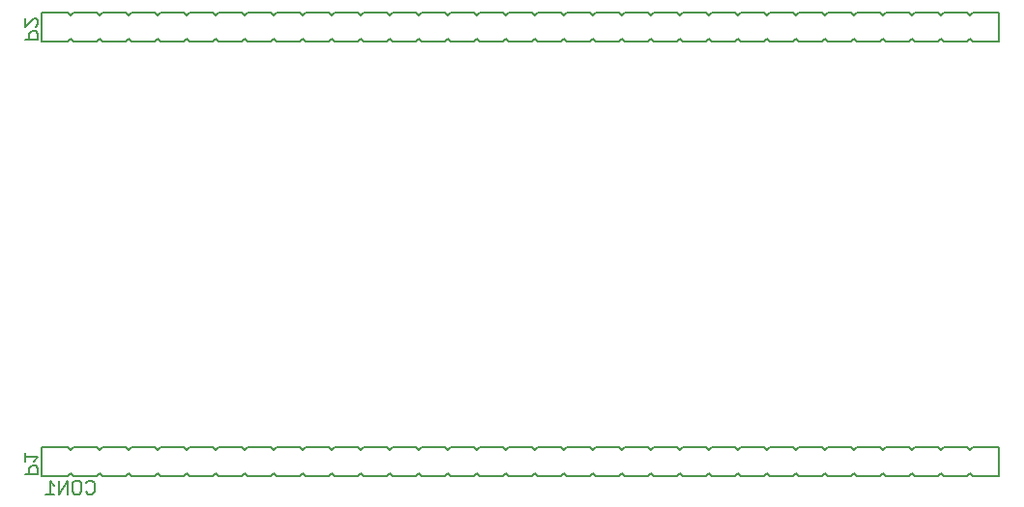
<source format=gbl>
G75*
%MOIN*%
%OFA0B0*%
%FSLAX25Y25*%
%IPPOS*%
%LPD*%
%AMOC8*
5,1,8,0,0,1.08239X$1,22.5*
%
%ADD10C,0.00600*%
%ADD11C,0.00500*%
D10*
X0012200Y0012200D02*
X0021200Y0012200D01*
X0022200Y0013200D01*
X0023200Y0012200D01*
X0031200Y0012200D01*
X0032200Y0013200D01*
X0033200Y0012200D01*
X0041200Y0012200D01*
X0042200Y0013200D01*
X0043200Y0012200D01*
X0051200Y0012200D01*
X0052200Y0013200D01*
X0053200Y0012200D01*
X0061200Y0012200D01*
X0062200Y0013200D01*
X0063200Y0012200D01*
X0071200Y0012200D01*
X0072200Y0013200D01*
X0073200Y0012200D01*
X0081200Y0012200D01*
X0082200Y0013200D01*
X0083200Y0012200D01*
X0091200Y0012200D01*
X0092200Y0013200D01*
X0093200Y0012200D01*
X0101200Y0012200D01*
X0102200Y0013200D01*
X0103200Y0012200D01*
X0111200Y0012200D01*
X0112200Y0013200D01*
X0113200Y0012200D01*
X0121200Y0012200D01*
X0122200Y0013200D01*
X0123200Y0012200D01*
X0131200Y0012200D01*
X0132200Y0013200D01*
X0133200Y0012200D01*
X0141200Y0012200D01*
X0142200Y0013200D01*
X0143200Y0012200D01*
X0151200Y0012200D01*
X0152200Y0013200D01*
X0153200Y0012200D01*
X0161200Y0012200D01*
X0162200Y0013200D01*
X0163200Y0012200D01*
X0171200Y0012200D01*
X0172200Y0013200D01*
X0173200Y0012200D01*
X0181200Y0012200D01*
X0182200Y0013200D01*
X0183200Y0012200D01*
X0191200Y0012200D01*
X0192200Y0013200D01*
X0193200Y0012200D01*
X0201200Y0012200D01*
X0202200Y0013200D01*
X0203200Y0012200D01*
X0211200Y0012200D01*
X0212200Y0013200D01*
X0213200Y0012200D01*
X0221200Y0012200D01*
X0222200Y0013200D01*
X0223200Y0012200D01*
X0231200Y0012200D01*
X0232200Y0013200D01*
X0233200Y0012200D01*
X0241200Y0012200D01*
X0242200Y0013200D01*
X0243200Y0012200D01*
X0251200Y0012200D01*
X0252200Y0013200D01*
X0253200Y0012200D01*
X0261200Y0012200D01*
X0262200Y0013200D01*
X0263200Y0012200D01*
X0271200Y0012200D01*
X0272200Y0013200D01*
X0273200Y0012200D01*
X0281200Y0012200D01*
X0282200Y0013200D01*
X0283200Y0012200D01*
X0291200Y0012200D01*
X0292200Y0013200D01*
X0293200Y0012200D01*
X0301200Y0012200D01*
X0302200Y0013200D01*
X0303200Y0012200D01*
X0311200Y0012200D01*
X0312200Y0013200D01*
X0313200Y0012200D01*
X0321200Y0012200D01*
X0322200Y0013200D01*
X0323200Y0012200D01*
X0331200Y0012200D01*
X0332200Y0013200D01*
X0333200Y0012200D01*
X0342200Y0012200D01*
X0342200Y0022200D01*
X0333200Y0022200D01*
X0332200Y0021200D01*
X0331200Y0022200D01*
X0323200Y0022200D01*
X0322200Y0021200D01*
X0321200Y0022200D01*
X0313200Y0022200D01*
X0312200Y0021200D01*
X0311200Y0022200D01*
X0303200Y0022200D01*
X0302200Y0021200D01*
X0301200Y0022200D01*
X0293200Y0022200D01*
X0292200Y0021200D01*
X0291200Y0022200D01*
X0283200Y0022200D01*
X0282200Y0021200D01*
X0281200Y0022200D01*
X0273200Y0022200D01*
X0272200Y0021200D01*
X0271200Y0022200D01*
X0263200Y0022200D01*
X0262200Y0021200D01*
X0261200Y0022200D01*
X0253200Y0022200D01*
X0252200Y0021200D01*
X0251200Y0022200D01*
X0243200Y0022200D01*
X0242200Y0021200D01*
X0241200Y0022200D01*
X0233200Y0022200D01*
X0232200Y0021200D01*
X0231200Y0022200D01*
X0223200Y0022200D01*
X0222200Y0021200D01*
X0221200Y0022200D01*
X0213200Y0022200D01*
X0212200Y0021200D01*
X0211200Y0022200D01*
X0203200Y0022200D01*
X0202200Y0021200D01*
X0201200Y0022200D01*
X0193200Y0022200D01*
X0192200Y0021200D01*
X0191200Y0022200D01*
X0183200Y0022200D01*
X0182200Y0021200D01*
X0181200Y0022200D01*
X0173200Y0022200D01*
X0172200Y0021200D01*
X0171200Y0022200D01*
X0163200Y0022200D01*
X0162200Y0021200D01*
X0161200Y0022200D01*
X0153200Y0022200D01*
X0152200Y0021200D01*
X0151200Y0022200D01*
X0143200Y0022200D01*
X0142200Y0021200D01*
X0141200Y0022200D01*
X0133200Y0022200D01*
X0132200Y0021200D01*
X0131200Y0022200D01*
X0123200Y0022200D01*
X0122200Y0021200D01*
X0121200Y0022200D01*
X0113200Y0022200D01*
X0112200Y0021200D01*
X0111200Y0022200D01*
X0103200Y0022200D01*
X0102200Y0021200D01*
X0101200Y0022200D01*
X0093200Y0022200D01*
X0092200Y0021200D01*
X0091200Y0022200D01*
X0083200Y0022200D01*
X0082200Y0021200D01*
X0081200Y0022200D01*
X0073200Y0022200D01*
X0072200Y0021200D01*
X0071200Y0022200D01*
X0063200Y0022200D01*
X0062200Y0021200D01*
X0061200Y0022200D01*
X0053200Y0022200D01*
X0052200Y0021200D01*
X0051200Y0022200D01*
X0043200Y0022200D01*
X0042200Y0021200D01*
X0041200Y0022200D01*
X0033200Y0022200D01*
X0032200Y0021200D01*
X0031200Y0022200D01*
X0023200Y0022200D01*
X0022200Y0021200D01*
X0021200Y0022200D01*
X0012200Y0022200D01*
X0012200Y0012200D01*
X0012200Y0162200D02*
X0021200Y0162200D01*
X0022200Y0163200D01*
X0023200Y0162200D01*
X0031200Y0162200D01*
X0032200Y0163200D01*
X0033200Y0162200D01*
X0041200Y0162200D01*
X0042200Y0163200D01*
X0043200Y0162200D01*
X0051200Y0162200D01*
X0052200Y0163200D01*
X0053200Y0162200D01*
X0061200Y0162200D01*
X0062200Y0163200D01*
X0063200Y0162200D01*
X0071200Y0162200D01*
X0072200Y0163200D01*
X0073200Y0162200D01*
X0081200Y0162200D01*
X0082200Y0163200D01*
X0083200Y0162200D01*
X0091200Y0162200D01*
X0092200Y0163200D01*
X0093200Y0162200D01*
X0101200Y0162200D01*
X0102200Y0163200D01*
X0103200Y0162200D01*
X0111200Y0162200D01*
X0112200Y0163200D01*
X0113200Y0162200D01*
X0121200Y0162200D01*
X0122200Y0163200D01*
X0123200Y0162200D01*
X0131200Y0162200D01*
X0132200Y0163200D01*
X0133200Y0162200D01*
X0141200Y0162200D01*
X0142200Y0163200D01*
X0143200Y0162200D01*
X0151200Y0162200D01*
X0152200Y0163200D01*
X0153200Y0162200D01*
X0161200Y0162200D01*
X0162200Y0163200D01*
X0163200Y0162200D01*
X0171200Y0162200D01*
X0172200Y0163200D01*
X0173200Y0162200D01*
X0181200Y0162200D01*
X0182200Y0163200D01*
X0183200Y0162200D01*
X0191200Y0162200D01*
X0192200Y0163200D01*
X0193200Y0162200D01*
X0201200Y0162200D01*
X0202200Y0163200D01*
X0203200Y0162200D01*
X0211200Y0162200D01*
X0212200Y0163200D01*
X0213200Y0162200D01*
X0221200Y0162200D01*
X0222200Y0163200D01*
X0223200Y0162200D01*
X0231200Y0162200D01*
X0232200Y0163200D01*
X0233200Y0162200D01*
X0241200Y0162200D01*
X0242200Y0163200D01*
X0243200Y0162200D01*
X0251200Y0162200D01*
X0252200Y0163200D01*
X0253200Y0162200D01*
X0261200Y0162200D01*
X0262200Y0163200D01*
X0263200Y0162200D01*
X0271200Y0162200D01*
X0272200Y0163200D01*
X0273200Y0162200D01*
X0281200Y0162200D01*
X0282200Y0163200D01*
X0283200Y0162200D01*
X0291200Y0162200D01*
X0292200Y0163200D01*
X0293200Y0162200D01*
X0301200Y0162200D01*
X0302200Y0163200D01*
X0303200Y0162200D01*
X0311200Y0162200D01*
X0312200Y0163200D01*
X0313200Y0162200D01*
X0321200Y0162200D01*
X0322200Y0163200D01*
X0323200Y0162200D01*
X0331200Y0162200D01*
X0332200Y0163200D01*
X0333200Y0162200D01*
X0342200Y0162200D01*
X0342200Y0172200D01*
X0333200Y0172200D01*
X0332200Y0171200D01*
X0331200Y0172200D01*
X0323200Y0172200D01*
X0322200Y0171200D01*
X0321200Y0172200D01*
X0313200Y0172200D01*
X0312200Y0171200D01*
X0311200Y0172200D01*
X0303200Y0172200D01*
X0302200Y0171200D01*
X0301200Y0172200D01*
X0293200Y0172200D01*
X0292200Y0171200D01*
X0291200Y0172200D01*
X0283200Y0172200D01*
X0282200Y0171200D01*
X0281200Y0172200D01*
X0273200Y0172200D01*
X0272200Y0171200D01*
X0271200Y0172200D01*
X0263200Y0172200D01*
X0262200Y0171200D01*
X0261200Y0172200D01*
X0253200Y0172200D01*
X0252200Y0171200D01*
X0251200Y0172200D01*
X0243200Y0172200D01*
X0242200Y0171200D01*
X0241200Y0172200D01*
X0233200Y0172200D01*
X0232200Y0171200D01*
X0231200Y0172200D01*
X0223200Y0172200D01*
X0222200Y0171200D01*
X0221200Y0172200D01*
X0213200Y0172200D01*
X0212200Y0171200D01*
X0211200Y0172200D01*
X0203200Y0172200D01*
X0202200Y0171200D01*
X0201200Y0172200D01*
X0193200Y0172200D01*
X0192200Y0171200D01*
X0191200Y0172200D01*
X0183200Y0172200D01*
X0182200Y0171200D01*
X0181200Y0172200D01*
X0173200Y0172200D01*
X0172200Y0171200D01*
X0171200Y0172200D01*
X0163200Y0172200D01*
X0162200Y0171200D01*
X0161200Y0172200D01*
X0153200Y0172200D01*
X0152200Y0171200D01*
X0151200Y0172200D01*
X0143200Y0172200D01*
X0142200Y0171200D01*
X0141200Y0172200D01*
X0133200Y0172200D01*
X0132200Y0171200D01*
X0131200Y0172200D01*
X0123200Y0172200D01*
X0122200Y0171200D01*
X0121200Y0172200D01*
X0113200Y0172200D01*
X0112200Y0171200D01*
X0111200Y0172200D01*
X0103200Y0172200D01*
X0102200Y0171200D01*
X0101200Y0172200D01*
X0093200Y0172200D01*
X0092200Y0171200D01*
X0091200Y0172200D01*
X0083200Y0172200D01*
X0082200Y0171200D01*
X0081200Y0172200D01*
X0073200Y0172200D01*
X0072200Y0171200D01*
X0071200Y0172200D01*
X0063200Y0172200D01*
X0062200Y0171200D01*
X0061200Y0172200D01*
X0053200Y0172200D01*
X0052200Y0171200D01*
X0051200Y0172200D01*
X0043200Y0172200D01*
X0042200Y0171200D01*
X0041200Y0172200D01*
X0033200Y0172200D01*
X0032200Y0171200D01*
X0031200Y0172200D01*
X0023200Y0172200D01*
X0022200Y0171200D01*
X0021200Y0172200D01*
X0012200Y0172200D01*
X0012200Y0162200D01*
D11*
X0013551Y0005950D02*
X0016554Y0005950D01*
X0015053Y0005950D02*
X0015053Y0010454D01*
X0016554Y0008953D01*
X0018155Y0010454D02*
X0018155Y0005950D01*
X0021158Y0010454D01*
X0021158Y0005950D01*
X0022759Y0006701D02*
X0022759Y0009703D01*
X0023510Y0010454D01*
X0025011Y0010454D01*
X0025762Y0009703D01*
X0025762Y0006701D01*
X0025011Y0005950D01*
X0023510Y0005950D01*
X0022759Y0006701D01*
X0027363Y0006701D02*
X0028114Y0005950D01*
X0029615Y0005950D01*
X0030366Y0006701D01*
X0030366Y0009703D01*
X0029615Y0010454D01*
X0028114Y0010454D01*
X0027363Y0009703D01*
X0010954Y0012742D02*
X0010954Y0014994D01*
X0010203Y0015745D01*
X0008702Y0015745D01*
X0007951Y0014994D01*
X0007951Y0012742D01*
X0006450Y0012742D02*
X0010954Y0012742D01*
X0009453Y0017346D02*
X0010954Y0018847D01*
X0006450Y0018847D01*
X0006450Y0017346D02*
X0006450Y0020349D01*
X0006450Y0162742D02*
X0010954Y0162742D01*
X0010954Y0164994D01*
X0010203Y0165745D01*
X0008702Y0165745D01*
X0007951Y0164994D01*
X0007951Y0162742D01*
X0006450Y0167346D02*
X0009453Y0170349D01*
X0010203Y0170349D01*
X0010954Y0169598D01*
X0010954Y0168097D01*
X0010203Y0167346D01*
X0006450Y0167346D02*
X0006450Y0170349D01*
M02*

</source>
